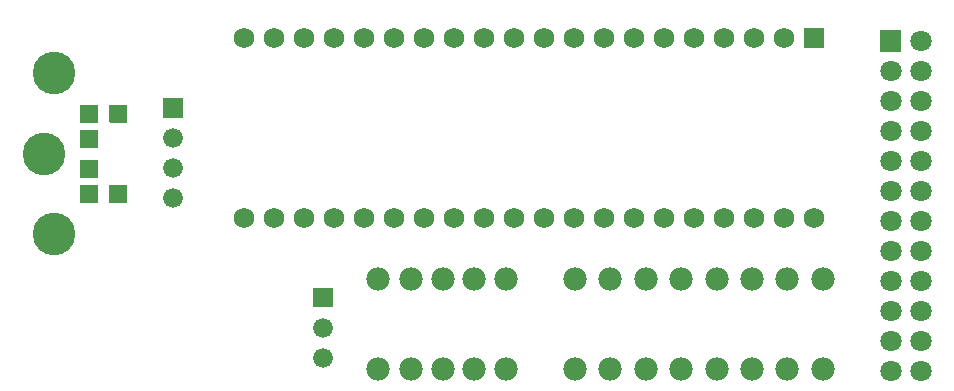
<source format=gbs>
G04 Layer: BottomSolderMaskLayer*
G04 EasyEDA v6.5.5, 2022-07-08 19:06:44*
G04 04dbce6b86ab4aa5bbd08ae1767c2fe9,0a780afeddf54f0185a1b1f5ac8a31da,10*
G04 Gerber Generator version 0.2*
G04 Scale: 100 percent, Rotated: No, Reflected: No *
G04 Dimensions in millimeters *
G04 leading zeros omitted , absolute positions ,4 integer and 5 decimal *
%FSLAX45Y45*%
%MOMM*%

%ADD26C,3.6017*%
%ADD28C,1.8016*%
%ADD29C,1.6764*%
%ADD31C,1.9812*%
%ADD32C,1.7272*%

%LPD*%
D26*
G01*
X287020Y-477520D03*
G01*
X287020Y-1833879D03*
G01*
X205739Y-1158239D03*
G36*
X515620Y-1104900D02*
G01*
X514095Y-1104645D01*
X512571Y-1103884D01*
X511555Y-1102868D01*
X510794Y-1101344D01*
X510539Y-1099820D01*
X510539Y-957579D01*
X510794Y-956055D01*
X511555Y-954531D01*
X512571Y-953515D01*
X514095Y-952754D01*
X515620Y-952500D01*
X657860Y-952500D01*
X659384Y-952754D01*
X660907Y-953515D01*
X661923Y-954531D01*
X662686Y-956055D01*
X662939Y-957579D01*
X662939Y-1099820D01*
X662686Y-1101344D01*
X661923Y-1102868D01*
X660907Y-1103884D01*
X659384Y-1104645D01*
X657860Y-1104900D01*
G37*
G36*
X515620Y-1363979D02*
G01*
X514095Y-1363726D01*
X512571Y-1362963D01*
X511555Y-1361947D01*
X510794Y-1360423D01*
X510539Y-1358900D01*
X510539Y-1216660D01*
X510794Y-1215136D01*
X511555Y-1213612D01*
X512571Y-1212595D01*
X514095Y-1211834D01*
X515620Y-1211579D01*
X657860Y-1211579D01*
X659384Y-1211834D01*
X660907Y-1212595D01*
X661923Y-1213612D01*
X662686Y-1215136D01*
X662939Y-1216660D01*
X662939Y-1358900D01*
X662686Y-1360423D01*
X661923Y-1361947D01*
X660907Y-1362963D01*
X659384Y-1363726D01*
X657860Y-1363979D01*
G37*
G36*
X515620Y-1574800D02*
G01*
X514095Y-1574545D01*
X512571Y-1573784D01*
X511555Y-1572768D01*
X510794Y-1571244D01*
X510539Y-1569720D01*
X510539Y-1427479D01*
X510794Y-1425955D01*
X511555Y-1424431D01*
X512571Y-1423415D01*
X514095Y-1422654D01*
X515620Y-1422400D01*
X657860Y-1422400D01*
X659384Y-1422654D01*
X660907Y-1423415D01*
X661923Y-1424431D01*
X662686Y-1425955D01*
X662939Y-1427479D01*
X662939Y-1569720D01*
X662686Y-1571244D01*
X661923Y-1572768D01*
X660907Y-1573784D01*
X659384Y-1574545D01*
X657860Y-1574800D01*
G37*
G36*
X515620Y-894079D02*
G01*
X514095Y-893826D01*
X512571Y-893063D01*
X511555Y-892047D01*
X510794Y-890523D01*
X510539Y-889000D01*
X510539Y-746760D01*
X510794Y-745236D01*
X511555Y-743712D01*
X512571Y-742695D01*
X514095Y-741934D01*
X515620Y-741679D01*
X657860Y-741679D01*
X659384Y-741934D01*
X660907Y-742695D01*
X661923Y-743712D01*
X662686Y-745236D01*
X662939Y-746760D01*
X662939Y-889000D01*
X662686Y-890523D01*
X661923Y-892047D01*
X660907Y-893063D01*
X659384Y-893826D01*
X657860Y-894079D01*
G37*
G36*
X764539Y-894079D02*
G01*
X763015Y-893826D01*
X761492Y-893063D01*
X760476Y-892047D01*
X759713Y-890523D01*
X759460Y-889000D01*
X759460Y-746760D01*
X759713Y-745236D01*
X760476Y-743712D01*
X761492Y-742695D01*
X763015Y-741934D01*
X764539Y-741679D01*
X906779Y-741679D01*
X908304Y-741934D01*
X909828Y-742695D01*
X910844Y-743712D01*
X911605Y-745236D01*
X911860Y-746760D01*
X911860Y-889000D01*
X911605Y-890523D01*
X910844Y-892047D01*
X909828Y-893063D01*
X908304Y-893826D01*
X906779Y-894079D01*
G37*
G36*
X759460Y-1574800D02*
G01*
X757936Y-1574545D01*
X756412Y-1573784D01*
X755395Y-1572768D01*
X754634Y-1571244D01*
X754379Y-1569720D01*
X754379Y-1427479D01*
X754634Y-1425955D01*
X755395Y-1424431D01*
X756412Y-1423415D01*
X757936Y-1422654D01*
X759460Y-1422400D01*
X901700Y-1422400D01*
X903223Y-1422654D01*
X904747Y-1423415D01*
X905763Y-1424431D01*
X906526Y-1425955D01*
X906779Y-1427479D01*
X906779Y-1569720D01*
X906526Y-1571244D01*
X905763Y-1572768D01*
X904747Y-1573784D01*
X903223Y-1574545D01*
X901700Y-1574800D01*
G37*
G36*
X7288022Y-293370D02*
G01*
X7287996Y-293268D01*
X7286472Y-293014D01*
X7284948Y-292252D01*
X7283932Y-291236D01*
X7283170Y-289712D01*
X7282916Y-288188D01*
X7282941Y-288289D01*
X7282941Y-118110D01*
X7282916Y-118211D01*
X7283170Y-116687D01*
X7283932Y-115163D01*
X7284948Y-114147D01*
X7286472Y-113385D01*
X7287996Y-113131D01*
X7288022Y-113029D01*
X7457947Y-113029D01*
X7457973Y-113131D01*
X7459497Y-113385D01*
X7461021Y-114147D01*
X7462037Y-115163D01*
X7462799Y-116687D01*
X7463053Y-118211D01*
X7463027Y-118110D01*
X7463027Y-288289D01*
X7463053Y-288188D01*
X7462799Y-289712D01*
X7462037Y-291236D01*
X7461021Y-292252D01*
X7459497Y-293014D01*
X7457973Y-293268D01*
X7457947Y-293370D01*
G37*
D28*
G01*
X7626984Y-203200D03*
G01*
X7372984Y-457200D03*
G01*
X7626984Y-457200D03*
G01*
X7372984Y-711200D03*
G01*
X7626984Y-711200D03*
G01*
X7372984Y-965200D03*
G01*
X7626984Y-965200D03*
G01*
X7372984Y-1219200D03*
G01*
X7626984Y-1219200D03*
G01*
X7372984Y-1473200D03*
G01*
X7626984Y-1473200D03*
G01*
X7372984Y-1727200D03*
G01*
X7626984Y-1727200D03*
G01*
X7372984Y-1981200D03*
G01*
X7626984Y-1981200D03*
G01*
X7372984Y-2235200D03*
G01*
X7626984Y-2235200D03*
G01*
X7372984Y-2489200D03*
G01*
X7626984Y-2489200D03*
G01*
X7372984Y-2743200D03*
G01*
X7626984Y-2743200D03*
G01*
X7372984Y-2997200D03*
G01*
X7626984Y-2997200D03*
D29*
G01*
X2565400Y-2882900D03*
G01*
X2565400Y-2628900D03*
G36*
X2486659Y-2458720D02*
G01*
X2485135Y-2458465D01*
X2483611Y-2457704D01*
X2482595Y-2456687D01*
X2481833Y-2455163D01*
X2481579Y-2453639D01*
X2481579Y-2453639D01*
X2481579Y-2296160D01*
X2481579Y-2296160D01*
X2481833Y-2294636D01*
X2482595Y-2293112D01*
X2483611Y-2292095D01*
X2485135Y-2291334D01*
X2486659Y-2291079D01*
X2644140Y-2291079D01*
X2645664Y-2291334D01*
X2647188Y-2292095D01*
X2648204Y-2293112D01*
X2648966Y-2294636D01*
X2649220Y-2296160D01*
X2649220Y-2296160D01*
X2649220Y-2453639D01*
X2649220Y-2453639D01*
X2648966Y-2455163D01*
X2648204Y-2456687D01*
X2647188Y-2457704D01*
X2645664Y-2458465D01*
X2644140Y-2458720D01*
G37*
D31*
G01*
X4699990Y-2980994D03*
G01*
X4699990Y-2218994D03*
G01*
X4999990Y-2980994D03*
G01*
X4999990Y-2218994D03*
G01*
X5299989Y-2980994D03*
G01*
X5299989Y-2218994D03*
G01*
X5599988Y-2980994D03*
G01*
X5599988Y-2218994D03*
G01*
X5899988Y-2980994D03*
G01*
X5899988Y-2218994D03*
G01*
X6199987Y-2980994D03*
G01*
X6199987Y-2218994D03*
G01*
X6499986Y-2980994D03*
G01*
X6499986Y-2218994D03*
G01*
X6799986Y-2980994D03*
G01*
X6799986Y-2218994D03*
G01*
X4114800Y-2218994D03*
G01*
X4114800Y-2980994D03*
G01*
X3848100Y-2218994D03*
G01*
X3848100Y-2980994D03*
G01*
X3581400Y-2218994D03*
G01*
X3581400Y-2980994D03*
G01*
X3314700Y-2218994D03*
G01*
X3314700Y-2980994D03*
G01*
X3035300Y-2218994D03*
G01*
X3035300Y-2980994D03*
D32*
G01*
X1899996Y-1699996D03*
G01*
X2153996Y-1699996D03*
G01*
X2407996Y-1699996D03*
G01*
X2661996Y-1699996D03*
G01*
X2915996Y-1699996D03*
G01*
X3169996Y-1699996D03*
G01*
X3423996Y-1699996D03*
G01*
X3677996Y-1699996D03*
G01*
X3931996Y-1699996D03*
G01*
X4185996Y-1699996D03*
G01*
X4439996Y-1699996D03*
G01*
X4693996Y-1699996D03*
G01*
X4947996Y-1699996D03*
G01*
X5201996Y-1699996D03*
G01*
X5455996Y-1699996D03*
G01*
X5709996Y-1699996D03*
G01*
X5963996Y-1699996D03*
G01*
X6217996Y-1699996D03*
G01*
X6471996Y-1699996D03*
G01*
X6725996Y-1699996D03*
G01*
X1899996Y-175996D03*
G01*
X2153996Y-175996D03*
G01*
X2407996Y-175996D03*
G01*
X2661996Y-175996D03*
G01*
X2915996Y-175996D03*
G01*
X3169996Y-175996D03*
G01*
X3423996Y-175996D03*
G01*
X3677996Y-175996D03*
G01*
X3931996Y-175996D03*
G01*
X4185996Y-175996D03*
G01*
X4439996Y-175996D03*
G01*
X4693996Y-175996D03*
G01*
X4947996Y-175996D03*
G01*
X5201996Y-175996D03*
G01*
X5455996Y-175996D03*
G01*
X5709996Y-175996D03*
G01*
X5963996Y-175996D03*
G01*
X6217996Y-175996D03*
G01*
X6471996Y-175996D03*
G36*
X6649720Y-262381D02*
G01*
X6649796Y-262356D01*
X6646748Y-261848D01*
X6643700Y-260324D01*
X6641668Y-258292D01*
X6640144Y-255244D01*
X6639636Y-252196D01*
X6639559Y-252221D01*
X6639559Y-99821D01*
X6639636Y-99796D01*
X6640144Y-96748D01*
X6641668Y-93700D01*
X6643700Y-91668D01*
X6646748Y-90144D01*
X6649796Y-89636D01*
X6649720Y-89662D01*
X6802120Y-89662D01*
X6802196Y-89636D01*
X6805244Y-90144D01*
X6808292Y-91668D01*
X6810324Y-93700D01*
X6811848Y-96748D01*
X6812356Y-99796D01*
X6812279Y-99821D01*
X6812279Y-252221D01*
X6812356Y-252196D01*
X6811848Y-255244D01*
X6810324Y-258292D01*
X6808292Y-260324D01*
X6805244Y-261848D01*
X6802196Y-262356D01*
X6802120Y-262381D01*
G37*
G36*
X1221231Y-852931D02*
G01*
X1219707Y-852678D01*
X1218184Y-851915D01*
X1217168Y-850900D01*
X1216405Y-849376D01*
X1216152Y-847852D01*
X1216152Y-690371D01*
X1216405Y-688847D01*
X1217168Y-687323D01*
X1218184Y-686307D01*
X1219707Y-685545D01*
X1221231Y-685292D01*
X1378712Y-685292D01*
X1380236Y-685545D01*
X1381760Y-686307D01*
X1382776Y-687323D01*
X1383537Y-688847D01*
X1383792Y-690371D01*
X1383792Y-847852D01*
X1383537Y-849376D01*
X1382776Y-850900D01*
X1381760Y-851915D01*
X1380236Y-852678D01*
X1378712Y-852931D01*
G37*
D29*
G01*
X1299971Y-1023112D03*
G01*
X1299971Y-1277112D03*
G01*
X1299971Y-1531112D03*
M02*

</source>
